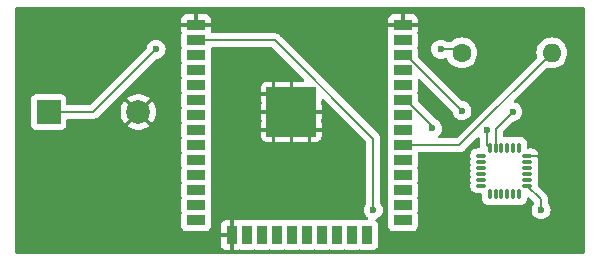
<source format=gtl>
G04 #@! TF.GenerationSoftware,KiCad,Pcbnew,8.0.8*
G04 #@! TF.CreationDate,2025-05-02T10:21:30-04:00*
G04 #@! TF.ProjectId,esp32,65737033-322e-46b6-9963-61645f706362,rev?*
G04 #@! TF.SameCoordinates,Original*
G04 #@! TF.FileFunction,Copper,L1,Top*
G04 #@! TF.FilePolarity,Positive*
%FSLAX46Y46*%
G04 Gerber Fmt 4.6, Leading zero omitted, Abs format (unit mm)*
G04 Created by KiCad (PCBNEW 8.0.8) date 2025-05-02 10:21:30*
%MOMM*%
%LPD*%
G01*
G04 APERTURE LIST*
G04 Aperture macros list*
%AMRoundRect*
0 Rectangle with rounded corners*
0 $1 Rounding radius*
0 $2 $3 $4 $5 $6 $7 $8 $9 X,Y pos of 4 corners*
0 Add a 4 corners polygon primitive as box body*
4,1,4,$2,$3,$4,$5,$6,$7,$8,$9,$2,$3,0*
0 Add four circle primitives for the rounded corners*
1,1,$1+$1,$2,$3*
1,1,$1+$1,$4,$5*
1,1,$1+$1,$6,$7*
1,1,$1+$1,$8,$9*
0 Add four rect primitives between the rounded corners*
20,1,$1+$1,$2,$3,$4,$5,0*
20,1,$1+$1,$4,$5,$6,$7,0*
20,1,$1+$1,$6,$7,$8,$9,0*
20,1,$1+$1,$8,$9,$2,$3,0*%
G04 Aperture macros list end*
G04 #@! TA.AperFunction,ComponentPad*
%ADD10R,2.000000X2.000000*%
G04 #@! TD*
G04 #@! TA.AperFunction,ComponentPad*
%ADD11C,2.000000*%
G04 #@! TD*
G04 #@! TA.AperFunction,SMDPad,CuDef*
%ADD12RoundRect,0.075000X-0.350000X-0.075000X0.350000X-0.075000X0.350000X0.075000X-0.350000X0.075000X0*%
G04 #@! TD*
G04 #@! TA.AperFunction,SMDPad,CuDef*
%ADD13RoundRect,0.075000X0.075000X-0.350000X0.075000X0.350000X-0.075000X0.350000X-0.075000X-0.350000X0*%
G04 #@! TD*
G04 #@! TA.AperFunction,SMDPad,CuDef*
%ADD14R,1.500000X0.900000*%
G04 #@! TD*
G04 #@! TA.AperFunction,SMDPad,CuDef*
%ADD15R,0.900000X1.500000*%
G04 #@! TD*
G04 #@! TA.AperFunction,SMDPad,CuDef*
%ADD16R,1.050000X1.050000*%
G04 #@! TD*
G04 #@! TA.AperFunction,HeatsinkPad*
%ADD17C,0.600000*%
G04 #@! TD*
G04 #@! TA.AperFunction,HeatsinkPad*
%ADD18R,4.200000X4.200000*%
G04 #@! TD*
G04 #@! TA.AperFunction,ComponentPad*
%ADD19C,1.600000*%
G04 #@! TD*
G04 #@! TA.AperFunction,ComponentPad*
%ADD20O,1.600000X1.600000*%
G04 #@! TD*
G04 #@! TA.AperFunction,ViaPad*
%ADD21C,0.600000*%
G04 #@! TD*
G04 #@! TA.AperFunction,Conductor*
%ADD22C,0.200000*%
G04 #@! TD*
G04 APERTURE END LIST*
D10*
X117200000Y-99000000D03*
D11*
X124800000Y-99000000D03*
D12*
X153850000Y-102750000D03*
X153850000Y-103250000D03*
X153850000Y-103750000D03*
X153850000Y-104250000D03*
X153850000Y-104750000D03*
X153850000Y-105250000D03*
D13*
X154550000Y-105950000D03*
X155050000Y-105950000D03*
X155550000Y-105950000D03*
X156050000Y-105950000D03*
X156550000Y-105950000D03*
X157050000Y-105950000D03*
D12*
X157750000Y-105250000D03*
X157750000Y-104750000D03*
X157750000Y-104250000D03*
X157750000Y-103750000D03*
X157750000Y-103250000D03*
X157750000Y-102750000D03*
D13*
X157050000Y-102050000D03*
X156550000Y-102050000D03*
X156050000Y-102050000D03*
X155550000Y-102050000D03*
X155050000Y-102050000D03*
X154550000Y-102050000D03*
D14*
X129692500Y-91660000D03*
X129692500Y-92930000D03*
X129692500Y-94200000D03*
X129692500Y-95470000D03*
X129692500Y-96740000D03*
X129692500Y-98010000D03*
X129692500Y-99280000D03*
X129692500Y-100550000D03*
X129692500Y-101820000D03*
X129692500Y-103090000D03*
X129692500Y-104360000D03*
X129692500Y-105630000D03*
X129692500Y-106900000D03*
X129692500Y-108170000D03*
D15*
X132732500Y-109420000D03*
X134002500Y-109420000D03*
X135272500Y-109420000D03*
X136542500Y-109420000D03*
X137812500Y-109420000D03*
X139082500Y-109420000D03*
X140352500Y-109420000D03*
X141622500Y-109420000D03*
X142892500Y-109420000D03*
X144162500Y-109420000D03*
D14*
X147192500Y-108170000D03*
X147192500Y-106900000D03*
X147192500Y-105630000D03*
X147192500Y-104360000D03*
X147192500Y-103090000D03*
X147192500Y-101820000D03*
X147192500Y-100550000D03*
X147192500Y-99280000D03*
X147192500Y-98010000D03*
X147192500Y-96740000D03*
X147192500Y-95470000D03*
X147192500Y-94200000D03*
X147192500Y-92930000D03*
X147192500Y-91660000D03*
D16*
X136237500Y-97475000D03*
D17*
X136237500Y-98237500D03*
D16*
X136237500Y-99000000D03*
D17*
X136237500Y-99762500D03*
D16*
X136237500Y-100525000D03*
D17*
X137000000Y-97475000D03*
X137000000Y-99000000D03*
X137000000Y-100525000D03*
D16*
X137762500Y-97475000D03*
D17*
X137762500Y-98237500D03*
D16*
X137762500Y-99000000D03*
D18*
X137762500Y-99000000D03*
D17*
X137762500Y-99762500D03*
D16*
X137762500Y-100525000D03*
D17*
X138525000Y-97475000D03*
X138525000Y-99000000D03*
X138525000Y-100525000D03*
D16*
X139287500Y-97475000D03*
D17*
X139287500Y-98237500D03*
D16*
X139287500Y-99000000D03*
D17*
X139287500Y-99762500D03*
D16*
X139287500Y-100525000D03*
D19*
X152190000Y-94000000D03*
D20*
X159810000Y-94000000D03*
D21*
X126300000Y-93700000D03*
X150400000Y-93700000D03*
X149700000Y-100400000D03*
X154300000Y-100500000D03*
X158900000Y-107300000D03*
X144700000Y-107300000D03*
X156500000Y-99000000D03*
X152200000Y-98900000D03*
D22*
X157750000Y-102750000D02*
X158650000Y-102750000D01*
X158650000Y-102750000D02*
X159600000Y-101800000D01*
X117200000Y-99000000D02*
X121000000Y-99000000D01*
X150400000Y-93700000D02*
X151890000Y-93700000D01*
X121000000Y-99000000D02*
X126300000Y-93700000D01*
X151890000Y-93700000D02*
X152190000Y-94000000D01*
X154300000Y-101800000D02*
X154550000Y-102050000D01*
X154300000Y-100500000D02*
X154300000Y-101800000D01*
X147492500Y-98010000D02*
X149700000Y-100217500D01*
X147192500Y-98010000D02*
X147492500Y-98010000D01*
X149700000Y-100217500D02*
X149700000Y-100400000D01*
X129692500Y-92930000D02*
X136346500Y-92930000D01*
X158900000Y-106400000D02*
X157750000Y-105250000D01*
X144700000Y-101283500D02*
X144700000Y-107300000D01*
X136346500Y-92930000D02*
X144700000Y-101283500D01*
X158900000Y-107300000D02*
X158900000Y-106400000D01*
X147500000Y-94200000D02*
X152200000Y-98900000D01*
X155050000Y-100450000D02*
X155050000Y-102050000D01*
X147192500Y-94200000D02*
X147500000Y-94200000D01*
X156500000Y-99000000D02*
X155050000Y-100450000D01*
X147192500Y-101820000D02*
X151990000Y-101820000D01*
X151990000Y-101820000D02*
X159810000Y-94000000D01*
G04 #@! TA.AperFunction,Conductor*
G36*
X162542539Y-90129685D02*
G01*
X162588294Y-90182489D01*
X162599500Y-90234000D01*
X162599500Y-110875500D01*
X162579815Y-110942539D01*
X162527011Y-110988294D01*
X162475500Y-110999500D01*
X114524500Y-110999500D01*
X114457461Y-110979815D01*
X114411706Y-110927011D01*
X114400500Y-110875500D01*
X114400500Y-110217844D01*
X131782500Y-110217844D01*
X131788901Y-110277372D01*
X131788903Y-110277379D01*
X131839145Y-110412086D01*
X131839149Y-110412093D01*
X131925309Y-110527187D01*
X131925312Y-110527190D01*
X132040406Y-110613350D01*
X132040413Y-110613354D01*
X132175120Y-110663596D01*
X132175127Y-110663598D01*
X132234655Y-110669999D01*
X132234672Y-110670000D01*
X132582500Y-110670000D01*
X132582500Y-109570000D01*
X131782500Y-109570000D01*
X131782500Y-110217844D01*
X114400500Y-110217844D01*
X114400500Y-97952135D01*
X115699500Y-97952135D01*
X115699500Y-100047870D01*
X115699501Y-100047876D01*
X115705908Y-100107483D01*
X115756202Y-100242328D01*
X115756206Y-100242335D01*
X115842452Y-100357544D01*
X115842455Y-100357547D01*
X115957664Y-100443793D01*
X115957671Y-100443797D01*
X116092517Y-100494091D01*
X116092516Y-100494091D01*
X116099444Y-100494835D01*
X116152127Y-100500500D01*
X118247872Y-100500499D01*
X118307483Y-100494091D01*
X118442331Y-100443796D01*
X118557546Y-100357546D01*
X118643796Y-100242331D01*
X118694091Y-100107483D01*
X118700500Y-100047873D01*
X118700500Y-99724500D01*
X118720185Y-99657461D01*
X118772989Y-99611706D01*
X118824500Y-99600500D01*
X120913331Y-99600500D01*
X120913347Y-99600501D01*
X120920943Y-99600501D01*
X121079054Y-99600501D01*
X121079057Y-99600501D01*
X121231785Y-99559577D01*
X121283332Y-99529816D01*
X121368716Y-99480520D01*
X121480520Y-99368716D01*
X121480520Y-99368714D01*
X121490724Y-99358511D01*
X121490728Y-99358506D01*
X121849240Y-98999994D01*
X123294859Y-98999994D01*
X123294859Y-99000005D01*
X123315385Y-99247729D01*
X123315387Y-99247738D01*
X123376412Y-99488717D01*
X123476267Y-99716367D01*
X123612227Y-99924470D01*
X123636753Y-99951113D01*
X124356329Y-99231538D01*
X124399901Y-99307007D01*
X124492993Y-99400099D01*
X124568461Y-99443670D01*
X123850418Y-100161712D01*
X123976768Y-100260055D01*
X123976771Y-100260057D01*
X124195385Y-100378364D01*
X124195396Y-100378369D01*
X124430506Y-100459083D01*
X124675707Y-100500000D01*
X124924293Y-100500000D01*
X125169493Y-100459083D01*
X125404603Y-100378369D01*
X125404614Y-100378364D01*
X125623230Y-100260056D01*
X125623235Y-100260052D01*
X125749580Y-100161713D01*
X125749580Y-100161712D01*
X125031538Y-99443670D01*
X125107007Y-99400099D01*
X125200099Y-99307007D01*
X125243670Y-99231539D01*
X125963244Y-99951113D01*
X125963246Y-99951113D01*
X125987769Y-99924475D01*
X126123732Y-99716367D01*
X126223587Y-99488717D01*
X126284612Y-99247738D01*
X126284614Y-99247729D01*
X126305141Y-99000005D01*
X126305141Y-98999994D01*
X126284614Y-98752270D01*
X126284612Y-98752261D01*
X126223587Y-98511282D01*
X126123732Y-98283632D01*
X125987770Y-98075525D01*
X125963245Y-98048885D01*
X125243670Y-98768460D01*
X125200099Y-98692993D01*
X125107007Y-98599901D01*
X125031538Y-98556329D01*
X125749580Y-97838286D01*
X125749580Y-97838285D01*
X125623236Y-97739947D01*
X125623231Y-97739944D01*
X125404614Y-97621635D01*
X125404603Y-97621630D01*
X125169493Y-97540916D01*
X124924293Y-97500000D01*
X124675707Y-97500000D01*
X124430506Y-97540916D01*
X124195396Y-97621630D01*
X124195385Y-97621635D01*
X123976768Y-97739944D01*
X123976765Y-97739946D01*
X123850418Y-97838285D01*
X123850418Y-97838286D01*
X124568461Y-98556329D01*
X124492993Y-98599901D01*
X124399901Y-98692993D01*
X124356329Y-98768460D01*
X123636753Y-98048884D01*
X123636752Y-98048884D01*
X123612237Y-98075516D01*
X123476266Y-98283635D01*
X123376412Y-98511282D01*
X123315387Y-98752261D01*
X123315385Y-98752270D01*
X123294859Y-98999994D01*
X121849240Y-98999994D01*
X126318535Y-94530698D01*
X126379856Y-94497215D01*
X126392311Y-94495163D01*
X126479255Y-94485368D01*
X126649522Y-94425789D01*
X126802262Y-94329816D01*
X126929816Y-94202262D01*
X127025789Y-94049522D01*
X127085368Y-93879255D01*
X127097305Y-93773313D01*
X127105565Y-93700003D01*
X127105565Y-93699996D01*
X127085369Y-93520750D01*
X127085368Y-93520745D01*
X127052870Y-93427872D01*
X127025789Y-93350478D01*
X127023771Y-93347267D01*
X126929815Y-93197737D01*
X126802262Y-93070184D01*
X126649523Y-92974211D01*
X126479254Y-92914631D01*
X126479249Y-92914630D01*
X126300004Y-92894435D01*
X126299996Y-92894435D01*
X126120750Y-92914630D01*
X126120745Y-92914631D01*
X125950476Y-92974211D01*
X125797737Y-93070184D01*
X125670184Y-93197737D01*
X125574210Y-93350478D01*
X125514630Y-93520750D01*
X125504837Y-93607668D01*
X125477770Y-93672082D01*
X125469298Y-93681465D01*
X120787584Y-98363181D01*
X120726261Y-98396666D01*
X120699903Y-98399500D01*
X118824499Y-98399500D01*
X118757460Y-98379815D01*
X118711705Y-98327011D01*
X118700499Y-98275500D01*
X118700499Y-97952129D01*
X118700498Y-97952123D01*
X118700497Y-97952116D01*
X118694091Y-97892517D01*
X118643796Y-97757669D01*
X118643795Y-97757668D01*
X118643793Y-97757664D01*
X118557547Y-97642455D01*
X118557544Y-97642452D01*
X118442335Y-97556206D01*
X118442328Y-97556202D01*
X118307482Y-97505908D01*
X118307483Y-97505908D01*
X118247883Y-97499501D01*
X118247881Y-97499500D01*
X118247873Y-97499500D01*
X118247864Y-97499500D01*
X116152129Y-97499500D01*
X116152123Y-97499501D01*
X116092516Y-97505908D01*
X115957671Y-97556202D01*
X115957664Y-97556206D01*
X115842455Y-97642452D01*
X115842452Y-97642455D01*
X115756206Y-97757664D01*
X115756202Y-97757671D01*
X115705908Y-97892517D01*
X115699501Y-97952116D01*
X115699501Y-97952123D01*
X115699500Y-97952135D01*
X114400500Y-97952135D01*
X114400500Y-92432135D01*
X128442000Y-92432135D01*
X128442000Y-93427870D01*
X128442001Y-93427876D01*
X128448408Y-93487481D01*
X128461159Y-93521669D01*
X128466142Y-93591361D01*
X128461159Y-93608331D01*
X128448408Y-93642518D01*
X128442228Y-93700003D01*
X128442001Y-93702123D01*
X128442000Y-93702135D01*
X128442000Y-94697870D01*
X128442001Y-94697876D01*
X128448408Y-94757481D01*
X128461159Y-94791669D01*
X128466142Y-94861361D01*
X128461159Y-94878331D01*
X128448408Y-94912518D01*
X128442001Y-94972116D01*
X128442001Y-94972123D01*
X128442000Y-94972135D01*
X128442000Y-95967870D01*
X128442001Y-95967876D01*
X128448408Y-96027481D01*
X128461159Y-96061669D01*
X128466142Y-96131361D01*
X128461159Y-96148331D01*
X128448408Y-96182518D01*
X128446108Y-96203916D01*
X128442001Y-96242123D01*
X128442000Y-96242135D01*
X128442000Y-97237870D01*
X128442001Y-97237876D01*
X128448408Y-97297481D01*
X128461159Y-97331669D01*
X128466142Y-97401361D01*
X128461159Y-97418331D01*
X128448408Y-97452518D01*
X128442001Y-97512116D01*
X128442001Y-97512123D01*
X128442000Y-97512135D01*
X128442000Y-98507870D01*
X128442001Y-98507876D01*
X128448408Y-98567481D01*
X128461159Y-98601669D01*
X128466142Y-98671361D01*
X128461159Y-98688331D01*
X128448408Y-98722518D01*
X128445211Y-98752261D01*
X128442001Y-98782123D01*
X128442000Y-98782135D01*
X128442000Y-99777870D01*
X128442001Y-99777876D01*
X128448408Y-99837481D01*
X128461159Y-99871669D01*
X128466142Y-99941361D01*
X128461159Y-99958331D01*
X128448408Y-99992518D01*
X128442177Y-100050478D01*
X128442001Y-100052123D01*
X128442000Y-100052135D01*
X128442000Y-101047870D01*
X128442001Y-101047876D01*
X128448408Y-101107481D01*
X128461159Y-101141669D01*
X128466142Y-101211361D01*
X128461159Y-101228331D01*
X128448408Y-101262518D01*
X128445229Y-101292093D01*
X128442001Y-101322123D01*
X128442000Y-101322135D01*
X128442000Y-102317870D01*
X128442001Y-102317876D01*
X128448408Y-102377481D01*
X128461159Y-102411669D01*
X128466142Y-102481361D01*
X128461159Y-102498331D01*
X128448408Y-102532518D01*
X128442001Y-102592116D01*
X128442001Y-102592123D01*
X128442000Y-102592135D01*
X128442000Y-103587870D01*
X128442001Y-103587876D01*
X128448408Y-103647481D01*
X128461159Y-103681669D01*
X128466142Y-103751361D01*
X128461159Y-103768331D01*
X128448408Y-103802518D01*
X128442001Y-103862116D01*
X128442001Y-103862123D01*
X128442000Y-103862135D01*
X128442000Y-104857870D01*
X128442001Y-104857876D01*
X128448408Y-104917481D01*
X128461159Y-104951669D01*
X128466142Y-105021361D01*
X128461159Y-105038331D01*
X128448408Y-105072518D01*
X128442001Y-105132116D01*
X128442001Y-105132123D01*
X128442000Y-105132135D01*
X128442000Y-106127870D01*
X128442001Y-106127876D01*
X128448408Y-106187481D01*
X128461159Y-106221669D01*
X128466142Y-106291361D01*
X128461159Y-106308331D01*
X128448408Y-106342518D01*
X128442001Y-106402116D01*
X128442001Y-106402123D01*
X128442000Y-106402135D01*
X128442000Y-107397870D01*
X128442001Y-107397876D01*
X128448408Y-107457481D01*
X128461159Y-107491669D01*
X128466142Y-107561361D01*
X128461159Y-107578331D01*
X128448408Y-107612518D01*
X128444430Y-107649522D01*
X128442001Y-107672123D01*
X128442000Y-107672135D01*
X128442000Y-108667870D01*
X128442001Y-108667876D01*
X128448408Y-108727483D01*
X128498702Y-108862328D01*
X128498706Y-108862335D01*
X128584952Y-108977544D01*
X128584955Y-108977547D01*
X128700164Y-109063793D01*
X128700171Y-109063797D01*
X128835017Y-109114091D01*
X128835016Y-109114091D01*
X128841944Y-109114835D01*
X128894627Y-109120500D01*
X130490372Y-109120499D01*
X130549983Y-109114091D01*
X130684831Y-109063796D01*
X130800046Y-108977546D01*
X130886296Y-108862331D01*
X130936591Y-108727483D01*
X130943000Y-108667873D01*
X130943000Y-108622155D01*
X131782500Y-108622155D01*
X131782500Y-109270000D01*
X132582500Y-109270000D01*
X132582500Y-108170000D01*
X132234655Y-108170000D01*
X132175127Y-108176401D01*
X132175120Y-108176403D01*
X132040413Y-108226645D01*
X132040406Y-108226649D01*
X131925312Y-108312809D01*
X131925309Y-108312812D01*
X131839149Y-108427906D01*
X131839145Y-108427913D01*
X131788903Y-108562620D01*
X131788901Y-108562627D01*
X131782500Y-108622155D01*
X130943000Y-108622155D01*
X130942999Y-107672128D01*
X130936591Y-107612517D01*
X130923840Y-107578332D01*
X130918857Y-107508642D01*
X130923840Y-107491669D01*
X130936591Y-107457483D01*
X130943000Y-107397873D01*
X130942999Y-106402128D01*
X130936591Y-106342517D01*
X130923840Y-106308332D01*
X130918857Y-106238642D01*
X130923840Y-106221669D01*
X130936591Y-106187483D01*
X130943000Y-106127873D01*
X130942999Y-105132128D01*
X130936591Y-105072517D01*
X130923840Y-105038332D01*
X130918857Y-104968642D01*
X130923840Y-104951669D01*
X130936591Y-104917483D01*
X130943000Y-104857873D01*
X130942999Y-103862128D01*
X130936591Y-103802517D01*
X130923840Y-103768332D01*
X130918857Y-103698642D01*
X130923840Y-103681669D01*
X130936591Y-103647483D01*
X130943000Y-103587873D01*
X130942999Y-102592128D01*
X130936591Y-102532517D01*
X130923840Y-102498332D01*
X130918857Y-102428642D01*
X130923840Y-102411669D01*
X130936591Y-102377483D01*
X130943000Y-102317873D01*
X130942999Y-101322128D01*
X130936591Y-101262517D01*
X130923840Y-101228332D01*
X130918857Y-101158642D01*
X130923840Y-101141669D01*
X130936591Y-101107483D01*
X130937627Y-101097844D01*
X135212500Y-101097844D01*
X135218901Y-101157372D01*
X135218903Y-101157379D01*
X135269145Y-101292086D01*
X135269149Y-101292093D01*
X135355309Y-101407187D01*
X135355312Y-101407190D01*
X135470406Y-101493350D01*
X135470413Y-101493354D01*
X135605120Y-101543596D01*
X135605127Y-101543598D01*
X135664655Y-101549999D01*
X135664672Y-101550000D01*
X136087500Y-101550000D01*
X136387500Y-101550000D01*
X136810328Y-101550000D01*
X136810344Y-101549999D01*
X136869877Y-101543597D01*
X136869879Y-101543597D01*
X136956665Y-101511227D01*
X137026357Y-101506241D01*
X137043335Y-101511227D01*
X137130121Y-101543597D01*
X137189655Y-101549999D01*
X137189672Y-101550000D01*
X137612500Y-101550000D01*
X137912500Y-101550000D01*
X138335328Y-101550000D01*
X138335344Y-101549999D01*
X138394877Y-101543597D01*
X138394879Y-101543597D01*
X138481665Y-101511227D01*
X138551357Y-101506241D01*
X138568335Y-101511227D01*
X138655121Y-101543597D01*
X138714655Y-101549999D01*
X138714672Y-101550000D01*
X139137500Y-101550000D01*
X139437500Y-101550000D01*
X139860328Y-101550000D01*
X139860344Y-101549999D01*
X139919872Y-101543598D01*
X139919879Y-101543596D01*
X140054586Y-101493354D01*
X140054593Y-101493350D01*
X140169687Y-101407190D01*
X140169690Y-101407187D01*
X140255850Y-101292093D01*
X140255854Y-101292086D01*
X140306096Y-101157379D01*
X140306098Y-101157372D01*
X140312499Y-101097844D01*
X140312500Y-101097827D01*
X140312500Y-100675000D01*
X139437500Y-100675000D01*
X139437500Y-101550000D01*
X139137500Y-101550000D01*
X139137500Y-100675000D01*
X137912500Y-100675000D01*
X137912500Y-101550000D01*
X137612500Y-101550000D01*
X137612500Y-100675000D01*
X136387500Y-100675000D01*
X136387500Y-101550000D01*
X136087500Y-101550000D01*
X136087500Y-100675000D01*
X135212500Y-100675000D01*
X135212500Y-101097844D01*
X130937627Y-101097844D01*
X130943000Y-101047873D01*
X130942999Y-100052128D01*
X130936591Y-99992517D01*
X130923840Y-99958332D01*
X130918857Y-99888642D01*
X130923840Y-99871669D01*
X130936591Y-99837483D01*
X130943000Y-99777873D01*
X130943000Y-99572844D01*
X135212500Y-99572844D01*
X135218901Y-99632372D01*
X135218903Y-99632383D01*
X135251272Y-99719168D01*
X135256256Y-99788859D01*
X135251272Y-99805832D01*
X135218903Y-99892616D01*
X135218901Y-99892627D01*
X135212500Y-99952155D01*
X135212500Y-100375000D01*
X136087500Y-100375000D01*
X136387500Y-100375000D01*
X137612500Y-100375000D01*
X137912500Y-100375000D01*
X139137500Y-100375000D01*
X139437500Y-100375000D01*
X140312500Y-100375000D01*
X140312500Y-99952172D01*
X140312499Y-99952155D01*
X140306097Y-99892622D01*
X140306097Y-99892620D01*
X140273727Y-99805835D01*
X140268741Y-99736143D01*
X140273727Y-99719165D01*
X140306097Y-99632379D01*
X140306097Y-99632377D01*
X140312499Y-99572844D01*
X140312500Y-99572827D01*
X140312500Y-99150000D01*
X139437500Y-99150000D01*
X139437500Y-100375000D01*
X139137500Y-100375000D01*
X139137500Y-99150000D01*
X137912500Y-99150000D01*
X137912500Y-100375000D01*
X137612500Y-100375000D01*
X137612500Y-99150000D01*
X136387500Y-99150000D01*
X136387500Y-100375000D01*
X136087500Y-100375000D01*
X136087500Y-99150000D01*
X135212500Y-99150000D01*
X135212500Y-99572844D01*
X130943000Y-99572844D01*
X130942999Y-98782128D01*
X130936591Y-98722517D01*
X130923840Y-98688332D01*
X130918857Y-98618642D01*
X130923840Y-98601669D01*
X130936591Y-98567483D01*
X130943000Y-98507873D01*
X130943000Y-98047844D01*
X135212500Y-98047844D01*
X135218901Y-98107372D01*
X135218903Y-98107383D01*
X135251272Y-98194168D01*
X135256256Y-98263859D01*
X135251272Y-98280832D01*
X135218903Y-98367616D01*
X135218901Y-98367627D01*
X135212500Y-98427155D01*
X135212500Y-98850000D01*
X136087500Y-98850000D01*
X136387500Y-98850000D01*
X137612500Y-98850000D01*
X137912500Y-98850000D01*
X139137500Y-98850000D01*
X139137500Y-97625000D01*
X137912500Y-97625000D01*
X137912500Y-98850000D01*
X137612500Y-98850000D01*
X137612500Y-97625000D01*
X136387500Y-97625000D01*
X136387500Y-98850000D01*
X136087500Y-98850000D01*
X136087500Y-97625000D01*
X135212500Y-97625000D01*
X135212500Y-98047844D01*
X130943000Y-98047844D01*
X130942999Y-97512128D01*
X130936591Y-97452517D01*
X130923840Y-97418332D01*
X130918857Y-97348642D01*
X130923840Y-97331669D01*
X130936591Y-97297483D01*
X130943000Y-97237873D01*
X130943000Y-96902155D01*
X135212500Y-96902155D01*
X135212500Y-97325000D01*
X136087500Y-97325000D01*
X136387500Y-97325000D01*
X137612500Y-97325000D01*
X137612500Y-96450000D01*
X137189655Y-96450000D01*
X137130127Y-96456401D01*
X137130116Y-96456403D01*
X137043332Y-96488772D01*
X136973641Y-96493756D01*
X136956668Y-96488772D01*
X136869883Y-96456403D01*
X136869872Y-96456401D01*
X136810344Y-96450000D01*
X136387500Y-96450000D01*
X136387500Y-97325000D01*
X136087500Y-97325000D01*
X136087500Y-96450000D01*
X135664655Y-96450000D01*
X135605127Y-96456401D01*
X135605120Y-96456403D01*
X135470413Y-96506645D01*
X135470406Y-96506649D01*
X135355312Y-96592809D01*
X135355309Y-96592812D01*
X135269149Y-96707906D01*
X135269145Y-96707913D01*
X135218903Y-96842620D01*
X135218901Y-96842627D01*
X135212500Y-96902155D01*
X130943000Y-96902155D01*
X130942999Y-96242128D01*
X130936591Y-96182517D01*
X130923840Y-96148332D01*
X130918857Y-96078642D01*
X130923840Y-96061669D01*
X130936591Y-96027483D01*
X130943000Y-95967873D01*
X130942999Y-94972128D01*
X130936591Y-94912517D01*
X130923840Y-94878332D01*
X130918857Y-94808642D01*
X130923840Y-94791669D01*
X130936591Y-94757483D01*
X130943000Y-94697873D01*
X130942999Y-93702128D01*
X130939304Y-93667753D01*
X130951711Y-93598994D01*
X130999322Y-93547857D01*
X131062594Y-93530500D01*
X136046403Y-93530500D01*
X136113442Y-93550185D01*
X136134084Y-93566819D01*
X138805584Y-96238319D01*
X138839069Y-96299642D01*
X138834085Y-96369334D01*
X138792213Y-96425267D01*
X138726749Y-96449684D01*
X138717903Y-96450000D01*
X138714655Y-96450000D01*
X138655127Y-96456401D01*
X138655116Y-96456403D01*
X138568332Y-96488772D01*
X138498641Y-96493756D01*
X138481668Y-96488772D01*
X138394883Y-96456403D01*
X138394872Y-96456401D01*
X138335344Y-96450000D01*
X137912500Y-96450000D01*
X137912500Y-97325000D01*
X139163500Y-97325000D01*
X139230539Y-97344685D01*
X139276294Y-97397489D01*
X139287500Y-97449000D01*
X139287500Y-97475000D01*
X139313500Y-97475000D01*
X139380539Y-97494685D01*
X139426294Y-97547489D01*
X139437500Y-97599000D01*
X139437500Y-98850000D01*
X140312500Y-98850000D01*
X140312500Y-98427172D01*
X140312499Y-98427155D01*
X140306097Y-98367622D01*
X140306097Y-98367620D01*
X140273727Y-98280835D01*
X140268741Y-98211143D01*
X140273727Y-98194165D01*
X140306097Y-98107379D01*
X140306097Y-98107377D01*
X140312499Y-98047844D01*
X140312500Y-98047827D01*
X140312500Y-98044597D01*
X140332185Y-97977558D01*
X140384989Y-97931803D01*
X140454147Y-97921859D01*
X140517703Y-97950884D01*
X140524181Y-97956916D01*
X144063181Y-101495916D01*
X144096666Y-101557239D01*
X144099500Y-101583597D01*
X144099500Y-106717587D01*
X144079815Y-106784626D01*
X144072450Y-106794896D01*
X144070186Y-106797734D01*
X143974211Y-106950476D01*
X143914631Y-107120745D01*
X143914630Y-107120750D01*
X143894435Y-107299996D01*
X143894435Y-107300003D01*
X143914630Y-107479249D01*
X143914631Y-107479254D01*
X143974211Y-107649523D01*
X144070184Y-107802262D01*
X144197737Y-107929815D01*
X144197740Y-107929817D01*
X144214751Y-107940506D01*
X144261043Y-107992840D01*
X144271692Y-108061893D01*
X144243317Y-108125742D01*
X144184928Y-108164114D01*
X144148780Y-108169500D01*
X143664629Y-108169500D01*
X143664623Y-108169501D01*
X143605018Y-108175908D01*
X143570831Y-108188659D01*
X143501139Y-108193642D01*
X143484169Y-108188659D01*
X143466640Y-108182121D01*
X143449983Y-108175909D01*
X143449982Y-108175908D01*
X143390383Y-108169501D01*
X143390381Y-108169500D01*
X143390373Y-108169500D01*
X143390364Y-108169500D01*
X142394629Y-108169500D01*
X142394623Y-108169501D01*
X142335018Y-108175908D01*
X142300831Y-108188659D01*
X142231139Y-108193642D01*
X142214169Y-108188659D01*
X142196640Y-108182121D01*
X142179983Y-108175909D01*
X142179982Y-108175908D01*
X142120383Y-108169501D01*
X142120381Y-108169500D01*
X142120373Y-108169500D01*
X142120364Y-108169500D01*
X141124629Y-108169500D01*
X141124623Y-108169501D01*
X141065018Y-108175908D01*
X141030831Y-108188659D01*
X140961139Y-108193642D01*
X140944169Y-108188659D01*
X140926640Y-108182121D01*
X140909983Y-108175909D01*
X140909982Y-108175908D01*
X140850383Y-108169501D01*
X140850381Y-108169500D01*
X140850373Y-108169500D01*
X140850364Y-108169500D01*
X139854629Y-108169500D01*
X139854623Y-108169501D01*
X139795018Y-108175908D01*
X139760831Y-108188659D01*
X139691139Y-108193642D01*
X139674169Y-108188659D01*
X139656640Y-108182121D01*
X139639983Y-108175909D01*
X139639982Y-108175908D01*
X139580383Y-108169501D01*
X139580381Y-108169500D01*
X139580373Y-108169500D01*
X139580364Y-108169500D01*
X138584629Y-108169500D01*
X138584623Y-108169501D01*
X138525018Y-108175908D01*
X138490831Y-108188659D01*
X138421139Y-108193642D01*
X138404169Y-108188659D01*
X138386640Y-108182121D01*
X138369983Y-108175909D01*
X138369982Y-108175908D01*
X138310383Y-108169501D01*
X138310381Y-108169500D01*
X138310373Y-108169500D01*
X138310364Y-108169500D01*
X137314629Y-108169500D01*
X137314623Y-108169501D01*
X137255018Y-108175908D01*
X137220831Y-108188659D01*
X137151139Y-108193642D01*
X137134169Y-108188659D01*
X137116640Y-108182121D01*
X137099983Y-108175909D01*
X137099982Y-108175908D01*
X137040383Y-108169501D01*
X137040381Y-108169500D01*
X137040373Y-108169500D01*
X137040364Y-108169500D01*
X136044629Y-108169500D01*
X136044623Y-108169501D01*
X135985018Y-108175908D01*
X135950831Y-108188659D01*
X135881139Y-108193642D01*
X135864169Y-108188659D01*
X135846640Y-108182121D01*
X135829983Y-108175909D01*
X135829982Y-108175908D01*
X135770383Y-108169501D01*
X135770381Y-108169500D01*
X135770373Y-108169500D01*
X135770364Y-108169500D01*
X134774629Y-108169500D01*
X134774623Y-108169501D01*
X134715018Y-108175908D01*
X134680831Y-108188659D01*
X134611139Y-108193642D01*
X134594169Y-108188659D01*
X134576640Y-108182121D01*
X134559983Y-108175909D01*
X134559982Y-108175908D01*
X134500383Y-108169501D01*
X134500381Y-108169500D01*
X134500373Y-108169500D01*
X134500364Y-108169500D01*
X133504629Y-108169500D01*
X133504623Y-108169501D01*
X133445020Y-108175908D01*
X133445017Y-108175908D01*
X133445017Y-108175909D01*
X133410120Y-108188925D01*
X133410117Y-108188926D01*
X133340425Y-108193909D01*
X133323452Y-108188925D01*
X133289879Y-108176403D01*
X133289872Y-108176401D01*
X133230344Y-108170000D01*
X132882500Y-108170000D01*
X132882500Y-110670000D01*
X133230328Y-110670000D01*
X133230344Y-110669999D01*
X133289872Y-110663598D01*
X133289875Y-110663597D01*
X133323449Y-110651075D01*
X133393140Y-110646089D01*
X133410119Y-110651075D01*
X133445011Y-110664089D01*
X133445012Y-110664089D01*
X133445017Y-110664091D01*
X133504627Y-110670500D01*
X134500372Y-110670499D01*
X134559983Y-110664091D01*
X134594167Y-110651340D01*
X134663858Y-110646357D01*
X134680827Y-110651338D01*
X134715017Y-110664091D01*
X134774627Y-110670500D01*
X135770372Y-110670499D01*
X135829983Y-110664091D01*
X135864167Y-110651340D01*
X135933858Y-110646357D01*
X135950827Y-110651338D01*
X135985017Y-110664091D01*
X136044627Y-110670500D01*
X137040372Y-110670499D01*
X137099983Y-110664091D01*
X137134167Y-110651340D01*
X137203858Y-110646357D01*
X137220827Y-110651338D01*
X137255017Y-110664091D01*
X137314627Y-110670500D01*
X138310372Y-110670499D01*
X138369983Y-110664091D01*
X138404167Y-110651340D01*
X138473858Y-110646357D01*
X138490827Y-110651338D01*
X138525017Y-110664091D01*
X138584627Y-110670500D01*
X139580372Y-110670499D01*
X139639983Y-110664091D01*
X139674167Y-110651340D01*
X139743858Y-110646357D01*
X139760827Y-110651338D01*
X139795017Y-110664091D01*
X139854627Y-110670500D01*
X140850372Y-110670499D01*
X140909983Y-110664091D01*
X140944167Y-110651340D01*
X141013858Y-110646357D01*
X141030827Y-110651338D01*
X141065017Y-110664091D01*
X141124627Y-110670500D01*
X142120372Y-110670499D01*
X142179983Y-110664091D01*
X142214167Y-110651340D01*
X142283858Y-110646357D01*
X142300827Y-110651338D01*
X142335017Y-110664091D01*
X142394627Y-110670500D01*
X143390372Y-110670499D01*
X143449983Y-110664091D01*
X143484167Y-110651340D01*
X143553858Y-110646357D01*
X143570827Y-110651338D01*
X143605017Y-110664091D01*
X143664627Y-110670500D01*
X144660372Y-110670499D01*
X144719983Y-110664091D01*
X144854831Y-110613796D01*
X144970046Y-110527546D01*
X145056296Y-110412331D01*
X145106591Y-110277483D01*
X145113000Y-110217873D01*
X145112999Y-108622128D01*
X145106591Y-108562517D01*
X145056384Y-108427906D01*
X145056297Y-108427671D01*
X145056293Y-108427664D01*
X144970047Y-108312455D01*
X144920689Y-108275505D01*
X144878819Y-108219571D01*
X144873835Y-108149879D01*
X144907321Y-108088556D01*
X144954047Y-108059197D01*
X145049522Y-108025789D01*
X145202262Y-107929816D01*
X145329816Y-107802262D01*
X145425789Y-107649522D01*
X145485368Y-107479255D01*
X145487821Y-107457483D01*
X145505565Y-107300003D01*
X145505565Y-107299996D01*
X145485369Y-107120750D01*
X145485368Y-107120745D01*
X145425788Y-106950476D01*
X145378677Y-106875500D01*
X145329816Y-106797738D01*
X145329814Y-106797736D01*
X145329813Y-106797734D01*
X145327550Y-106794896D01*
X145326659Y-106792715D01*
X145326111Y-106791842D01*
X145326264Y-106791745D01*
X145301144Y-106730209D01*
X145300500Y-106717587D01*
X145300500Y-101372559D01*
X145300501Y-101372546D01*
X145300501Y-101204445D01*
X145300501Y-101204443D01*
X145259577Y-101051715D01*
X145194664Y-100939283D01*
X145180520Y-100914784D01*
X145180518Y-100914782D01*
X145180517Y-100914780D01*
X145064397Y-100798660D01*
X145064374Y-100798639D01*
X136834090Y-92568355D01*
X136834088Y-92568352D01*
X136715217Y-92449481D01*
X136715216Y-92449480D01*
X136685173Y-92432135D01*
X145942000Y-92432135D01*
X145942000Y-93427870D01*
X145942001Y-93427876D01*
X145948408Y-93487481D01*
X145961159Y-93521669D01*
X145966142Y-93591361D01*
X145961159Y-93608331D01*
X145948408Y-93642518D01*
X145942228Y-93700003D01*
X145942001Y-93702123D01*
X145942000Y-93702135D01*
X145942000Y-94697870D01*
X145942001Y-94697876D01*
X145948408Y-94757481D01*
X145961159Y-94791669D01*
X145966142Y-94861361D01*
X145961159Y-94878331D01*
X145948408Y-94912518D01*
X145942001Y-94972116D01*
X145942001Y-94972123D01*
X145942000Y-94972135D01*
X145942000Y-95967870D01*
X145942001Y-95967876D01*
X145948408Y-96027481D01*
X145961159Y-96061669D01*
X145966142Y-96131361D01*
X145961159Y-96148331D01*
X145948408Y-96182518D01*
X145946108Y-96203916D01*
X145942001Y-96242123D01*
X145942000Y-96242135D01*
X145942000Y-97237870D01*
X145942001Y-97237876D01*
X145948408Y-97297481D01*
X145961159Y-97331669D01*
X145966142Y-97401361D01*
X145961159Y-97418331D01*
X145948408Y-97452518D01*
X145942001Y-97512116D01*
X145942001Y-97512123D01*
X145942000Y-97512135D01*
X145942000Y-98507870D01*
X145942001Y-98507876D01*
X145948408Y-98567481D01*
X145961159Y-98601669D01*
X145966142Y-98671361D01*
X145961159Y-98688331D01*
X145948408Y-98722518D01*
X145945211Y-98752261D01*
X145942001Y-98782123D01*
X145942000Y-98782135D01*
X145942000Y-99777870D01*
X145942001Y-99777876D01*
X145948408Y-99837481D01*
X145961159Y-99871669D01*
X145966142Y-99941361D01*
X145961159Y-99958331D01*
X145948408Y-99992518D01*
X145942177Y-100050478D01*
X145942001Y-100052123D01*
X145942000Y-100052135D01*
X145942000Y-101047870D01*
X145942001Y-101047876D01*
X145948408Y-101107481D01*
X145961159Y-101141669D01*
X145966142Y-101211361D01*
X145961159Y-101228331D01*
X145948408Y-101262518D01*
X145945229Y-101292093D01*
X145942001Y-101322123D01*
X145942000Y-101322135D01*
X145942000Y-102317870D01*
X145942001Y-102317876D01*
X145948408Y-102377481D01*
X145961159Y-102411669D01*
X145966142Y-102481361D01*
X145961159Y-102498331D01*
X145948408Y-102532518D01*
X145942001Y-102592116D01*
X145942001Y-102592123D01*
X145942000Y-102592135D01*
X145942000Y-103587870D01*
X145942001Y-103587876D01*
X145948408Y-103647481D01*
X145961159Y-103681669D01*
X145966142Y-103751361D01*
X145961159Y-103768331D01*
X145948408Y-103802518D01*
X145942001Y-103862116D01*
X145942001Y-103862123D01*
X145942000Y-103862135D01*
X145942000Y-104857870D01*
X145942001Y-104857876D01*
X145948408Y-104917481D01*
X145961159Y-104951669D01*
X145966142Y-105021361D01*
X145961159Y-105038331D01*
X145948408Y-105072518D01*
X145942001Y-105132116D01*
X145942001Y-105132123D01*
X145942000Y-105132135D01*
X145942000Y-106127870D01*
X145942001Y-106127876D01*
X145948408Y-106187481D01*
X145961159Y-106221669D01*
X145966142Y-106291361D01*
X145961159Y-106308331D01*
X145948408Y-106342518D01*
X145942001Y-106402116D01*
X145942001Y-106402123D01*
X145942000Y-106402135D01*
X145942000Y-107397870D01*
X145942001Y-107397876D01*
X145948408Y-107457481D01*
X145961159Y-107491669D01*
X145966142Y-107561361D01*
X145961159Y-107578331D01*
X145948408Y-107612518D01*
X145944430Y-107649522D01*
X145942001Y-107672123D01*
X145942000Y-107672135D01*
X145942000Y-108667870D01*
X145942001Y-108667876D01*
X145948408Y-108727483D01*
X145998702Y-108862328D01*
X145998706Y-108862335D01*
X146084952Y-108977544D01*
X146084955Y-108977547D01*
X146200164Y-109063793D01*
X146200171Y-109063797D01*
X146335017Y-109114091D01*
X146335016Y-109114091D01*
X146341944Y-109114835D01*
X146394627Y-109120500D01*
X147990372Y-109120499D01*
X148049983Y-109114091D01*
X148184831Y-109063796D01*
X148300046Y-108977546D01*
X148386296Y-108862331D01*
X148436591Y-108727483D01*
X148443000Y-108667873D01*
X148442999Y-107672128D01*
X148436591Y-107612517D01*
X148423840Y-107578332D01*
X148418857Y-107508642D01*
X148423840Y-107491669D01*
X148436591Y-107457483D01*
X148443000Y-107397873D01*
X148442999Y-106402128D01*
X148436591Y-106342517D01*
X148423840Y-106308332D01*
X148418857Y-106238642D01*
X148423840Y-106221669D01*
X148436591Y-106187483D01*
X148443000Y-106127873D01*
X148442999Y-105132128D01*
X148436591Y-105072517D01*
X148423840Y-105038332D01*
X148418857Y-104968642D01*
X148423840Y-104951669D01*
X148436591Y-104917483D01*
X148443000Y-104857873D01*
X148442999Y-103862128D01*
X148436591Y-103802517D01*
X148423840Y-103768332D01*
X148418857Y-103698642D01*
X148423840Y-103681669D01*
X148436591Y-103647483D01*
X148443000Y-103587873D01*
X148442999Y-102592128D01*
X148439304Y-102557753D01*
X148451711Y-102488994D01*
X148499322Y-102437857D01*
X148562594Y-102420500D01*
X151903331Y-102420500D01*
X151903347Y-102420501D01*
X151910943Y-102420501D01*
X152069054Y-102420501D01*
X152069057Y-102420501D01*
X152221785Y-102379577D01*
X152271904Y-102350639D01*
X152358716Y-102300520D01*
X152470520Y-102188716D01*
X152470520Y-102188714D01*
X152480728Y-102178507D01*
X152480730Y-102178504D01*
X153487819Y-101171415D01*
X153549142Y-101137930D01*
X153618834Y-101142914D01*
X153674767Y-101184786D01*
X153699184Y-101250250D01*
X153699500Y-101259096D01*
X153699500Y-101713330D01*
X153699499Y-101713348D01*
X153699499Y-101879054D01*
X153699498Y-101879054D01*
X153716742Y-101943406D01*
X153715079Y-102013256D01*
X153675917Y-102071119D01*
X153611688Y-102098623D01*
X153596967Y-102099500D01*
X153462272Y-102099500D01*
X153349764Y-102114313D01*
X153349763Y-102114313D01*
X153209770Y-102172300D01*
X153209767Y-102172301D01*
X153209767Y-102172302D01*
X153089549Y-102264549D01*
X153001285Y-102379577D01*
X152997300Y-102384770D01*
X152939313Y-102524763D01*
X152939313Y-102524764D01*
X152924500Y-102637272D01*
X152924500Y-102862727D01*
X152940374Y-102983292D01*
X152937399Y-102983683D01*
X152937399Y-103016316D01*
X152940374Y-103016708D01*
X152924500Y-103137272D01*
X152924500Y-103362727D01*
X152940374Y-103483292D01*
X152937399Y-103483683D01*
X152937399Y-103516316D01*
X152940374Y-103516708D01*
X152924500Y-103637272D01*
X152924500Y-103862727D01*
X152940374Y-103983292D01*
X152937399Y-103983683D01*
X152937399Y-104016316D01*
X152940374Y-104016708D01*
X152924500Y-104137272D01*
X152924500Y-104362727D01*
X152940374Y-104483292D01*
X152937399Y-104483683D01*
X152937399Y-104516316D01*
X152940374Y-104516708D01*
X152924500Y-104637272D01*
X152924500Y-104862727D01*
X152940374Y-104983292D01*
X152937399Y-104983683D01*
X152937399Y-105016316D01*
X152940374Y-105016708D01*
X152939313Y-105024762D01*
X152939313Y-105024764D01*
X152935938Y-105050393D01*
X152924500Y-105137272D01*
X152924500Y-105362727D01*
X152937461Y-105461171D01*
X152939313Y-105475236D01*
X152997302Y-105615233D01*
X153089549Y-105735451D01*
X153209767Y-105827698D01*
X153349764Y-105885687D01*
X153462280Y-105900500D01*
X153775500Y-105900500D01*
X153842539Y-105920185D01*
X153888294Y-105972989D01*
X153899500Y-106024500D01*
X153899500Y-106337727D01*
X153914313Y-106450235D01*
X153914313Y-106450236D01*
X153930394Y-106489060D01*
X153972302Y-106590233D01*
X154064549Y-106710451D01*
X154184767Y-106802698D01*
X154324764Y-106860687D01*
X154431586Y-106874750D01*
X154437264Y-106875498D01*
X154437280Y-106875500D01*
X154437287Y-106875500D01*
X154662713Y-106875500D01*
X154662720Y-106875500D01*
X154775236Y-106860687D01*
X154775236Y-106860686D01*
X154783295Y-106859626D01*
X154783698Y-106862689D01*
X154816302Y-106862689D01*
X154816705Y-106859626D01*
X154824763Y-106860686D01*
X154824764Y-106860687D01*
X154937280Y-106875500D01*
X154937287Y-106875500D01*
X155162713Y-106875500D01*
X155162720Y-106875500D01*
X155275236Y-106860687D01*
X155275236Y-106860686D01*
X155283295Y-106859626D01*
X155283698Y-106862689D01*
X155316302Y-106862689D01*
X155316705Y-106859626D01*
X155324763Y-106860686D01*
X155324764Y-106860687D01*
X155437280Y-106875500D01*
X155437287Y-106875500D01*
X155662713Y-106875500D01*
X155662720Y-106875500D01*
X155775236Y-106860687D01*
X155775236Y-106860686D01*
X155783295Y-106859626D01*
X155783698Y-106862689D01*
X155816302Y-106862689D01*
X155816705Y-106859626D01*
X155824763Y-106860686D01*
X155824764Y-106860687D01*
X155937280Y-106875500D01*
X155937287Y-106875500D01*
X156162713Y-106875500D01*
X156162720Y-106875500D01*
X156275236Y-106860687D01*
X156275236Y-106860686D01*
X156283295Y-106859626D01*
X156283698Y-106862689D01*
X156316302Y-106862689D01*
X156316705Y-106859626D01*
X156324763Y-106860686D01*
X156324764Y-106860687D01*
X156437280Y-106875500D01*
X156437287Y-106875500D01*
X156662713Y-106875500D01*
X156662720Y-106875500D01*
X156775236Y-106860687D01*
X156775236Y-106860686D01*
X156783295Y-106859626D01*
X156783698Y-106862689D01*
X156816302Y-106862689D01*
X156816705Y-106859626D01*
X156824763Y-106860686D01*
X156824764Y-106860687D01*
X156937280Y-106875500D01*
X156937287Y-106875500D01*
X157162713Y-106875500D01*
X157162720Y-106875500D01*
X157275236Y-106860687D01*
X157415233Y-106802698D01*
X157535451Y-106710451D01*
X157627698Y-106590233D01*
X157685687Y-106450236D01*
X157700500Y-106337720D01*
X157701030Y-106333695D01*
X157702758Y-106333922D01*
X157724285Y-106275004D01*
X157779937Y-106232758D01*
X157849593Y-106227306D01*
X157911140Y-106260378D01*
X157911730Y-106260965D01*
X158263181Y-106612416D01*
X158296666Y-106673739D01*
X158299500Y-106700097D01*
X158299500Y-106717587D01*
X158279815Y-106784626D01*
X158272450Y-106794896D01*
X158270186Y-106797734D01*
X158174211Y-106950476D01*
X158114631Y-107120745D01*
X158114630Y-107120750D01*
X158094435Y-107299996D01*
X158094435Y-107300003D01*
X158114630Y-107479249D01*
X158114631Y-107479254D01*
X158174211Y-107649523D01*
X158270184Y-107802262D01*
X158397738Y-107929816D01*
X158550478Y-108025789D01*
X158720745Y-108085368D01*
X158720750Y-108085369D01*
X158899996Y-108105565D01*
X158900000Y-108105565D01*
X158900004Y-108105565D01*
X159079249Y-108085369D01*
X159079252Y-108085368D01*
X159079255Y-108085368D01*
X159249522Y-108025789D01*
X159402262Y-107929816D01*
X159529816Y-107802262D01*
X159625789Y-107649522D01*
X159685368Y-107479255D01*
X159687821Y-107457483D01*
X159705565Y-107300003D01*
X159705565Y-107299996D01*
X159685369Y-107120750D01*
X159685368Y-107120745D01*
X159625788Y-106950476D01*
X159578677Y-106875500D01*
X159529816Y-106797738D01*
X159529814Y-106797736D01*
X159529813Y-106797734D01*
X159527550Y-106794896D01*
X159526659Y-106792715D01*
X159526111Y-106791842D01*
X159526264Y-106791745D01*
X159501144Y-106730209D01*
X159500500Y-106717587D01*
X159500500Y-106489060D01*
X159500501Y-106489047D01*
X159500501Y-106320944D01*
X159497122Y-106308334D01*
X159459577Y-106168216D01*
X159436285Y-106127872D01*
X159380524Y-106031290D01*
X159380518Y-106031282D01*
X158711819Y-105362583D01*
X158678334Y-105301260D01*
X158675500Y-105274902D01*
X158675500Y-105137286D01*
X158675500Y-105137280D01*
X158660687Y-105024764D01*
X158660686Y-105024763D01*
X158659626Y-105016705D01*
X158662689Y-105016301D01*
X158662689Y-104983698D01*
X158659626Y-104983295D01*
X158661555Y-104968642D01*
X158675500Y-104862720D01*
X158675500Y-104637280D01*
X158660687Y-104524764D01*
X158660686Y-104524763D01*
X158659626Y-104516705D01*
X158662689Y-104516301D01*
X158662689Y-104483698D01*
X158659626Y-104483295D01*
X158660687Y-104475236D01*
X158675500Y-104362720D01*
X158675500Y-104137280D01*
X158660687Y-104024764D01*
X158660686Y-104024763D01*
X158659626Y-104016705D01*
X158662689Y-104016301D01*
X158662689Y-103983698D01*
X158659626Y-103983295D01*
X158660687Y-103975236D01*
X158675500Y-103862720D01*
X158675500Y-103637280D01*
X158660687Y-103524764D01*
X158660686Y-103524763D01*
X158659626Y-103516705D01*
X158662689Y-103516301D01*
X158662689Y-103483698D01*
X158659626Y-103483295D01*
X158660687Y-103475236D01*
X158675500Y-103362720D01*
X158675500Y-103137280D01*
X158660687Y-103024764D01*
X158660686Y-103024763D01*
X158659626Y-103016705D01*
X158661406Y-103016470D01*
X158659196Y-102982729D01*
X158670088Y-102900000D01*
X158668198Y-102897845D01*
X158608497Y-102880315D01*
X158577160Y-102851486D01*
X158537259Y-102799486D01*
X158512065Y-102734317D01*
X158526103Y-102665872D01*
X158574917Y-102615883D01*
X158635635Y-102600000D01*
X158670088Y-102600000D01*
X158670088Y-102599999D01*
X158660199Y-102524896D01*
X158660198Y-102524891D01*
X158602263Y-102385021D01*
X158510094Y-102264905D01*
X158389978Y-102172736D01*
X158250108Y-102114801D01*
X158250104Y-102114800D01*
X158137697Y-102100000D01*
X157889873Y-102100000D01*
X157850858Y-102121304D01*
X157781166Y-102116320D01*
X157725233Y-102074448D01*
X157700816Y-102008984D01*
X157700500Y-102000138D01*
X157700500Y-101662286D01*
X157700499Y-101662272D01*
X157690141Y-101583597D01*
X157685687Y-101549764D01*
X157627698Y-101409767D01*
X157535451Y-101289549D01*
X157415233Y-101197302D01*
X157415229Y-101197300D01*
X157321900Y-101158642D01*
X157275236Y-101139313D01*
X157258313Y-101137085D01*
X157162727Y-101124500D01*
X157162720Y-101124500D01*
X156937280Y-101124500D01*
X156937272Y-101124500D01*
X156850393Y-101135938D01*
X156824764Y-101139313D01*
X156824762Y-101139313D01*
X156816708Y-101140374D01*
X156816316Y-101137399D01*
X156783684Y-101137399D01*
X156783292Y-101140374D01*
X156775237Y-101139313D01*
X156775236Y-101139313D01*
X156746271Y-101135499D01*
X156662727Y-101124500D01*
X156662720Y-101124500D01*
X156437280Y-101124500D01*
X156437272Y-101124500D01*
X156350393Y-101135938D01*
X156324764Y-101139313D01*
X156324762Y-101139313D01*
X156316708Y-101140374D01*
X156316316Y-101137399D01*
X156283684Y-101137399D01*
X156283292Y-101140374D01*
X156275237Y-101139313D01*
X156275236Y-101139313D01*
X156246271Y-101135499D01*
X156162727Y-101124500D01*
X156162720Y-101124500D01*
X155937280Y-101124500D01*
X155937272Y-101124500D01*
X155850393Y-101135938D01*
X155824764Y-101139313D01*
X155824762Y-101139313D01*
X155816708Y-101140374D01*
X155816316Y-101137399D01*
X155783682Y-101137399D01*
X155783290Y-101140374D01*
X155775237Y-101139313D01*
X155775236Y-101139313D01*
X155758311Y-101137084D01*
X155694416Y-101108817D01*
X155655946Y-101050491D01*
X155650500Y-101014146D01*
X155650500Y-100750096D01*
X155670185Y-100683057D01*
X155686815Y-100662419D01*
X156518535Y-99830698D01*
X156579856Y-99797215D01*
X156592311Y-99795163D01*
X156679255Y-99785368D01*
X156849522Y-99725789D01*
X157002262Y-99629816D01*
X157129816Y-99502262D01*
X157225789Y-99349522D01*
X157285368Y-99179255D01*
X157285369Y-99179249D01*
X157305565Y-99000003D01*
X157305565Y-98999996D01*
X157285369Y-98820750D01*
X157285368Y-98820745D01*
X157271851Y-98782116D01*
X157225789Y-98650478D01*
X157129816Y-98497738D01*
X157002262Y-98370184D01*
X156864520Y-98283635D01*
X156849519Y-98274209D01*
X156691697Y-98218984D01*
X156634921Y-98178263D01*
X156609174Y-98113310D01*
X156622630Y-98044748D01*
X156644968Y-98014265D01*
X159367294Y-95291939D01*
X159428615Y-95258456D01*
X159487066Y-95259847D01*
X159506604Y-95265082D01*
X159583308Y-95285635D01*
X159745230Y-95299801D01*
X159809998Y-95305468D01*
X159810000Y-95305468D01*
X159810002Y-95305468D01*
X159866673Y-95300509D01*
X160036692Y-95285635D01*
X160256496Y-95226739D01*
X160462734Y-95130568D01*
X160649139Y-95000047D01*
X160810047Y-94839139D01*
X160940568Y-94652734D01*
X161036739Y-94446496D01*
X161095635Y-94226692D01*
X161115468Y-94000000D01*
X161095635Y-93773308D01*
X161036739Y-93553504D01*
X160940568Y-93347266D01*
X160810047Y-93160861D01*
X160810045Y-93160858D01*
X160649141Y-92999954D01*
X160462734Y-92869432D01*
X160462732Y-92869431D01*
X160256497Y-92773261D01*
X160256488Y-92773258D01*
X160036697Y-92714366D01*
X160036693Y-92714365D01*
X160036692Y-92714365D01*
X160036691Y-92714364D01*
X160036686Y-92714364D01*
X159810002Y-92694532D01*
X159809998Y-92694532D01*
X159583313Y-92714364D01*
X159583302Y-92714366D01*
X159363511Y-92773258D01*
X159363502Y-92773261D01*
X159157267Y-92869431D01*
X159157265Y-92869432D01*
X158970858Y-92999954D01*
X158809954Y-93160858D01*
X158679432Y-93347265D01*
X158679431Y-93347267D01*
X158583261Y-93553502D01*
X158583258Y-93553511D01*
X158524366Y-93773302D01*
X158524364Y-93773313D01*
X158504532Y-93999998D01*
X158504532Y-94000001D01*
X158524364Y-94226686D01*
X158524366Y-94226697D01*
X158550152Y-94322931D01*
X158548489Y-94392781D01*
X158518058Y-94442705D01*
X151777584Y-101183181D01*
X151716261Y-101216666D01*
X151689903Y-101219500D01*
X150311940Y-101219500D01*
X150244901Y-101199815D01*
X150199146Y-101147011D01*
X150189202Y-101077853D01*
X150218227Y-101014297D01*
X150224259Y-101007819D01*
X150237930Y-100994148D01*
X150329816Y-100902262D01*
X150425789Y-100749522D01*
X150485368Y-100579255D01*
X150485369Y-100579249D01*
X150505565Y-100400003D01*
X150505565Y-100399996D01*
X150485369Y-100220750D01*
X150485368Y-100220745D01*
X150445736Y-100107483D01*
X150425789Y-100050478D01*
X150424158Y-100047883D01*
X150364019Y-99952172D01*
X150329816Y-99897738D01*
X150202262Y-99770184D01*
X150131608Y-99725789D01*
X150049524Y-99674212D01*
X150049523Y-99674211D01*
X150009202Y-99660102D01*
X149962477Y-99630742D01*
X148479318Y-98147583D01*
X148445833Y-98086260D01*
X148442999Y-98059902D01*
X148442999Y-97512129D01*
X148442998Y-97512123D01*
X148442997Y-97512116D01*
X148436591Y-97452517D01*
X148423840Y-97418332D01*
X148418857Y-97348642D01*
X148423840Y-97331669D01*
X148436591Y-97297483D01*
X148443000Y-97237873D01*
X148442999Y-96291596D01*
X148462683Y-96224558D01*
X148515487Y-96178803D01*
X148584646Y-96168859D01*
X148648202Y-96197884D01*
X148654680Y-96203916D01*
X151369298Y-98918534D01*
X151402783Y-98979857D01*
X151404837Y-98992331D01*
X151414630Y-99079249D01*
X151474210Y-99249521D01*
X151510331Y-99307007D01*
X151570184Y-99402262D01*
X151697738Y-99529816D01*
X151850478Y-99625789D01*
X151948539Y-99660102D01*
X152020745Y-99685368D01*
X152020750Y-99685369D01*
X152199996Y-99705565D01*
X152200000Y-99705565D01*
X152200004Y-99705565D01*
X152379249Y-99685369D01*
X152379252Y-99685368D01*
X152379255Y-99685368D01*
X152549522Y-99625789D01*
X152702262Y-99529816D01*
X152829816Y-99402262D01*
X152925789Y-99249522D01*
X152985368Y-99079255D01*
X152986881Y-99065826D01*
X153005565Y-98900003D01*
X153005565Y-98899996D01*
X152985369Y-98720750D01*
X152985368Y-98720745D01*
X152968088Y-98671361D01*
X152925789Y-98550478D01*
X152901160Y-98511282D01*
X152886582Y-98488080D01*
X152829816Y-98397738D01*
X152702262Y-98270184D01*
X152588821Y-98198904D01*
X152549521Y-98174210D01*
X152379249Y-98114630D01*
X152292331Y-98104837D01*
X152227917Y-98077770D01*
X152218534Y-98069298D01*
X148479318Y-94330082D01*
X148445833Y-94268759D01*
X148442999Y-94242401D01*
X148442999Y-93702129D01*
X148442998Y-93702123D01*
X148442997Y-93702116D01*
X148442769Y-93699996D01*
X149594435Y-93699996D01*
X149594435Y-93700003D01*
X149614630Y-93879249D01*
X149614631Y-93879254D01*
X149674211Y-94049523D01*
X149770184Y-94202262D01*
X149897738Y-94329816D01*
X149981374Y-94382368D01*
X150050474Y-94425787D01*
X150050478Y-94425789D01*
X150130978Y-94453957D01*
X150220745Y-94485368D01*
X150220750Y-94485369D01*
X150399996Y-94505565D01*
X150400000Y-94505565D01*
X150400004Y-94505565D01*
X150579249Y-94485369D01*
X150579252Y-94485368D01*
X150579255Y-94485368D01*
X150749522Y-94425789D01*
X150788385Y-94401369D01*
X150855620Y-94382368D01*
X150922456Y-94402734D01*
X150966740Y-94453957D01*
X151059431Y-94652732D01*
X151059432Y-94652734D01*
X151189954Y-94839141D01*
X151350858Y-95000045D01*
X151350861Y-95000047D01*
X151537266Y-95130568D01*
X151743504Y-95226739D01*
X151963308Y-95285635D01*
X152125230Y-95299801D01*
X152189998Y-95305468D01*
X152190000Y-95305468D01*
X152190002Y-95305468D01*
X152246673Y-95300509D01*
X152416692Y-95285635D01*
X152636496Y-95226739D01*
X152842734Y-95130568D01*
X153029139Y-95000047D01*
X153190047Y-94839139D01*
X153320568Y-94652734D01*
X153416739Y-94446496D01*
X153475635Y-94226692D01*
X153495468Y-94000000D01*
X153475635Y-93773308D01*
X153416739Y-93553504D01*
X153320568Y-93347266D01*
X153190047Y-93160861D01*
X153190045Y-93160858D01*
X153029141Y-92999954D01*
X152842734Y-92869432D01*
X152842732Y-92869431D01*
X152636497Y-92773261D01*
X152636488Y-92773258D01*
X152416697Y-92714366D01*
X152416693Y-92714365D01*
X152416692Y-92714365D01*
X152416691Y-92714364D01*
X152416686Y-92714364D01*
X152190002Y-92694532D01*
X152189998Y-92694532D01*
X151963313Y-92714364D01*
X151963302Y-92714366D01*
X151743511Y-92773258D01*
X151743502Y-92773261D01*
X151537267Y-92869431D01*
X151537265Y-92869432D01*
X151350862Y-92999951D01*
X151319248Y-93031566D01*
X151287631Y-93063182D01*
X151226311Y-93096666D01*
X151199952Y-93099500D01*
X150982412Y-93099500D01*
X150915373Y-93079815D01*
X150905097Y-93072445D01*
X150902263Y-93070185D01*
X150902262Y-93070184D01*
X150790492Y-92999954D01*
X150749523Y-92974211D01*
X150579254Y-92914631D01*
X150579249Y-92914630D01*
X150400004Y-92894435D01*
X150399996Y-92894435D01*
X150220750Y-92914630D01*
X150220745Y-92914631D01*
X150050476Y-92974211D01*
X149897737Y-93070184D01*
X149770184Y-93197737D01*
X149674211Y-93350476D01*
X149614631Y-93520745D01*
X149614630Y-93520750D01*
X149594435Y-93699996D01*
X148442769Y-93699996D01*
X148436591Y-93642517D01*
X148423840Y-93608332D01*
X148418857Y-93538642D01*
X148423840Y-93521669D01*
X148436591Y-93487483D01*
X148443000Y-93427873D01*
X148442999Y-92432128D01*
X148436591Y-92372517D01*
X148423573Y-92337616D01*
X148418590Y-92267926D01*
X148423575Y-92250949D01*
X148436097Y-92217375D01*
X148436098Y-92217372D01*
X148442499Y-92157844D01*
X148442500Y-92157827D01*
X148442500Y-91810000D01*
X145942500Y-91810000D01*
X145942500Y-92157844D01*
X145948901Y-92217372D01*
X145948903Y-92217379D01*
X145961425Y-92250952D01*
X145966409Y-92320643D01*
X145961425Y-92337617D01*
X145948409Y-92372514D01*
X145948408Y-92372516D01*
X145942001Y-92432116D01*
X145942001Y-92432123D01*
X145942000Y-92432135D01*
X136685173Y-92432135D01*
X136628404Y-92399360D01*
X136628404Y-92399359D01*
X136628400Y-92399358D01*
X136578285Y-92370423D01*
X136425557Y-92329499D01*
X136267443Y-92329499D01*
X136259847Y-92329499D01*
X136259831Y-92329500D01*
X131062089Y-92329500D01*
X130995050Y-92309815D01*
X130949295Y-92257011D01*
X130938800Y-92192242D01*
X130942499Y-92157839D01*
X130942500Y-92157827D01*
X130942500Y-91810000D01*
X128442500Y-91810000D01*
X128442500Y-92157844D01*
X128448901Y-92217372D01*
X128448903Y-92217379D01*
X128461425Y-92250952D01*
X128466409Y-92320643D01*
X128461425Y-92337617D01*
X128448409Y-92372514D01*
X128448408Y-92372516D01*
X128442001Y-92432116D01*
X128442001Y-92432123D01*
X128442000Y-92432135D01*
X114400500Y-92432135D01*
X114400500Y-91162155D01*
X128442500Y-91162155D01*
X128442500Y-91510000D01*
X129542500Y-91510000D01*
X129842500Y-91510000D01*
X130942500Y-91510000D01*
X130942500Y-91162172D01*
X130942499Y-91162155D01*
X145942500Y-91162155D01*
X145942500Y-91510000D01*
X147042500Y-91510000D01*
X147342500Y-91510000D01*
X148442500Y-91510000D01*
X148442500Y-91162172D01*
X148442499Y-91162155D01*
X148436098Y-91102627D01*
X148436096Y-91102620D01*
X148385854Y-90967913D01*
X148385850Y-90967906D01*
X148299690Y-90852812D01*
X148299687Y-90852809D01*
X148184593Y-90766649D01*
X148184586Y-90766645D01*
X148049879Y-90716403D01*
X148049872Y-90716401D01*
X147990344Y-90710000D01*
X147342500Y-90710000D01*
X147342500Y-91510000D01*
X147042500Y-91510000D01*
X147042500Y-90710000D01*
X146394655Y-90710000D01*
X146335127Y-90716401D01*
X146335120Y-90716403D01*
X146200413Y-90766645D01*
X146200406Y-90766649D01*
X146085312Y-90852809D01*
X146085309Y-90852812D01*
X145999149Y-90967906D01*
X145999145Y-90967913D01*
X145948903Y-91102620D01*
X145948901Y-91102627D01*
X145942500Y-91162155D01*
X130942499Y-91162155D01*
X130936098Y-91102627D01*
X130936096Y-91102620D01*
X130885854Y-90967913D01*
X130885850Y-90967906D01*
X130799690Y-90852812D01*
X130799687Y-90852809D01*
X130684593Y-90766649D01*
X130684586Y-90766645D01*
X130549879Y-90716403D01*
X130549872Y-90716401D01*
X130490344Y-90710000D01*
X129842500Y-90710000D01*
X129842500Y-91510000D01*
X129542500Y-91510000D01*
X129542500Y-90710000D01*
X128894655Y-90710000D01*
X128835127Y-90716401D01*
X128835120Y-90716403D01*
X128700413Y-90766645D01*
X128700406Y-90766649D01*
X128585312Y-90852809D01*
X128585309Y-90852812D01*
X128499149Y-90967906D01*
X128499145Y-90967913D01*
X128448903Y-91102620D01*
X128448901Y-91102627D01*
X128442500Y-91162155D01*
X114400500Y-91162155D01*
X114400500Y-90234000D01*
X114420185Y-90166961D01*
X114472989Y-90121206D01*
X114524500Y-90110000D01*
X162475500Y-90110000D01*
X162542539Y-90129685D01*
G37*
G04 #@! TD.AperFunction*
M02*

</source>
